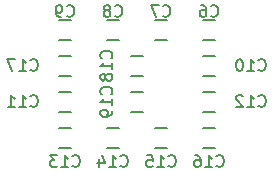
<source format=gbo>
G04 #@! TF.FileFunction,Legend,Bot*
%FSLAX46Y46*%
G04 Gerber Fmt 4.6, Leading zero omitted, Abs format (unit mm)*
G04 Created by KiCad (PCBNEW (after 2015-mar-04 BZR unknown)-product) date 03.06.2015 18:39:59*
%MOMM*%
G01*
G04 APERTURE LIST*
%ADD10C,0.100000*%
%ADD11C,0.150000*%
G04 APERTURE END LIST*
D10*
D11*
X158488000Y-79082000D02*
X157488000Y-79082000D01*
X157488000Y-77382000D02*
X158488000Y-77382000D01*
X154424000Y-79082000D02*
X153424000Y-79082000D01*
X153424000Y-77382000D02*
X154424000Y-77382000D01*
X150360000Y-79082000D02*
X149360000Y-79082000D01*
X149360000Y-77382000D02*
X150360000Y-77382000D01*
X146296000Y-79082000D02*
X145296000Y-79082000D01*
X145296000Y-77382000D02*
X146296000Y-77382000D01*
X158488000Y-82130000D02*
X157488000Y-82130000D01*
X157488000Y-80430000D02*
X158488000Y-80430000D01*
X146296000Y-85178000D02*
X145296000Y-85178000D01*
X145296000Y-83478000D02*
X146296000Y-83478000D01*
X157488000Y-83478000D02*
X158488000Y-83478000D01*
X158488000Y-85178000D02*
X157488000Y-85178000D01*
X145296000Y-86526000D02*
X146296000Y-86526000D01*
X146296000Y-88226000D02*
X145296000Y-88226000D01*
X149360000Y-86526000D02*
X150360000Y-86526000D01*
X150360000Y-88226000D02*
X149360000Y-88226000D01*
X153424000Y-86526000D02*
X154424000Y-86526000D01*
X154424000Y-88226000D02*
X153424000Y-88226000D01*
X157488000Y-86526000D02*
X158488000Y-86526000D01*
X158488000Y-88226000D02*
X157488000Y-88226000D01*
X146296000Y-82130000D02*
X145296000Y-82130000D01*
X145296000Y-80430000D02*
X146296000Y-80430000D01*
X151392000Y-80430000D02*
X152392000Y-80430000D01*
X152392000Y-82130000D02*
X151392000Y-82130000D01*
X151392000Y-83478000D02*
X152392000Y-83478000D01*
X152392000Y-85178000D02*
X151392000Y-85178000D01*
X158154666Y-77065143D02*
X158202285Y-77112762D01*
X158345142Y-77160381D01*
X158440380Y-77160381D01*
X158583238Y-77112762D01*
X158678476Y-77017524D01*
X158726095Y-76922286D01*
X158773714Y-76731810D01*
X158773714Y-76588952D01*
X158726095Y-76398476D01*
X158678476Y-76303238D01*
X158583238Y-76208000D01*
X158440380Y-76160381D01*
X158345142Y-76160381D01*
X158202285Y-76208000D01*
X158154666Y-76255619D01*
X157297523Y-76160381D02*
X157488000Y-76160381D01*
X157583238Y-76208000D01*
X157630857Y-76255619D01*
X157726095Y-76398476D01*
X157773714Y-76588952D01*
X157773714Y-76969905D01*
X157726095Y-77065143D01*
X157678476Y-77112762D01*
X157583238Y-77160381D01*
X157392761Y-77160381D01*
X157297523Y-77112762D01*
X157249904Y-77065143D01*
X157202285Y-76969905D01*
X157202285Y-76731810D01*
X157249904Y-76636571D01*
X157297523Y-76588952D01*
X157392761Y-76541333D01*
X157583238Y-76541333D01*
X157678476Y-76588952D01*
X157726095Y-76636571D01*
X157773714Y-76731810D01*
X154090666Y-77065143D02*
X154138285Y-77112762D01*
X154281142Y-77160381D01*
X154376380Y-77160381D01*
X154519238Y-77112762D01*
X154614476Y-77017524D01*
X154662095Y-76922286D01*
X154709714Y-76731810D01*
X154709714Y-76588952D01*
X154662095Y-76398476D01*
X154614476Y-76303238D01*
X154519238Y-76208000D01*
X154376380Y-76160381D01*
X154281142Y-76160381D01*
X154138285Y-76208000D01*
X154090666Y-76255619D01*
X153757333Y-76160381D02*
X153090666Y-76160381D01*
X153519238Y-77160381D01*
X150026666Y-77065143D02*
X150074285Y-77112762D01*
X150217142Y-77160381D01*
X150312380Y-77160381D01*
X150455238Y-77112762D01*
X150550476Y-77017524D01*
X150598095Y-76922286D01*
X150645714Y-76731810D01*
X150645714Y-76588952D01*
X150598095Y-76398476D01*
X150550476Y-76303238D01*
X150455238Y-76208000D01*
X150312380Y-76160381D01*
X150217142Y-76160381D01*
X150074285Y-76208000D01*
X150026666Y-76255619D01*
X149455238Y-76588952D02*
X149550476Y-76541333D01*
X149598095Y-76493714D01*
X149645714Y-76398476D01*
X149645714Y-76350857D01*
X149598095Y-76255619D01*
X149550476Y-76208000D01*
X149455238Y-76160381D01*
X149264761Y-76160381D01*
X149169523Y-76208000D01*
X149121904Y-76255619D01*
X149074285Y-76350857D01*
X149074285Y-76398476D01*
X149121904Y-76493714D01*
X149169523Y-76541333D01*
X149264761Y-76588952D01*
X149455238Y-76588952D01*
X149550476Y-76636571D01*
X149598095Y-76684190D01*
X149645714Y-76779429D01*
X149645714Y-76969905D01*
X149598095Y-77065143D01*
X149550476Y-77112762D01*
X149455238Y-77160381D01*
X149264761Y-77160381D01*
X149169523Y-77112762D01*
X149121904Y-77065143D01*
X149074285Y-76969905D01*
X149074285Y-76779429D01*
X149121904Y-76684190D01*
X149169523Y-76636571D01*
X149264761Y-76588952D01*
X145962666Y-77065143D02*
X146010285Y-77112762D01*
X146153142Y-77160381D01*
X146248380Y-77160381D01*
X146391238Y-77112762D01*
X146486476Y-77017524D01*
X146534095Y-76922286D01*
X146581714Y-76731810D01*
X146581714Y-76588952D01*
X146534095Y-76398476D01*
X146486476Y-76303238D01*
X146391238Y-76208000D01*
X146248380Y-76160381D01*
X146153142Y-76160381D01*
X146010285Y-76208000D01*
X145962666Y-76255619D01*
X145486476Y-77160381D02*
X145296000Y-77160381D01*
X145200761Y-77112762D01*
X145153142Y-77065143D01*
X145057904Y-76922286D01*
X145010285Y-76731810D01*
X145010285Y-76350857D01*
X145057904Y-76255619D01*
X145105523Y-76208000D01*
X145200761Y-76160381D01*
X145391238Y-76160381D01*
X145486476Y-76208000D01*
X145534095Y-76255619D01*
X145581714Y-76350857D01*
X145581714Y-76588952D01*
X145534095Y-76684190D01*
X145486476Y-76731810D01*
X145391238Y-76779429D01*
X145200761Y-76779429D01*
X145105523Y-76731810D01*
X145057904Y-76684190D01*
X145010285Y-76588952D01*
X162186857Y-81637143D02*
X162234476Y-81684762D01*
X162377333Y-81732381D01*
X162472571Y-81732381D01*
X162615429Y-81684762D01*
X162710667Y-81589524D01*
X162758286Y-81494286D01*
X162805905Y-81303810D01*
X162805905Y-81160952D01*
X162758286Y-80970476D01*
X162710667Y-80875238D01*
X162615429Y-80780000D01*
X162472571Y-80732381D01*
X162377333Y-80732381D01*
X162234476Y-80780000D01*
X162186857Y-80827619D01*
X161234476Y-81732381D02*
X161805905Y-81732381D01*
X161520191Y-81732381D02*
X161520191Y-80732381D01*
X161615429Y-80875238D01*
X161710667Y-80970476D01*
X161805905Y-81018095D01*
X160615429Y-80732381D02*
X160520190Y-80732381D01*
X160424952Y-80780000D01*
X160377333Y-80827619D01*
X160329714Y-80922857D01*
X160282095Y-81113333D01*
X160282095Y-81351429D01*
X160329714Y-81541905D01*
X160377333Y-81637143D01*
X160424952Y-81684762D01*
X160520190Y-81732381D01*
X160615429Y-81732381D01*
X160710667Y-81684762D01*
X160758286Y-81637143D01*
X160805905Y-81541905D01*
X160853524Y-81351429D01*
X160853524Y-81113333D01*
X160805905Y-80922857D01*
X160758286Y-80827619D01*
X160710667Y-80780000D01*
X160615429Y-80732381D01*
X142882857Y-84685143D02*
X142930476Y-84732762D01*
X143073333Y-84780381D01*
X143168571Y-84780381D01*
X143311429Y-84732762D01*
X143406667Y-84637524D01*
X143454286Y-84542286D01*
X143501905Y-84351810D01*
X143501905Y-84208952D01*
X143454286Y-84018476D01*
X143406667Y-83923238D01*
X143311429Y-83828000D01*
X143168571Y-83780381D01*
X143073333Y-83780381D01*
X142930476Y-83828000D01*
X142882857Y-83875619D01*
X141930476Y-84780381D02*
X142501905Y-84780381D01*
X142216191Y-84780381D02*
X142216191Y-83780381D01*
X142311429Y-83923238D01*
X142406667Y-84018476D01*
X142501905Y-84066095D01*
X140978095Y-84780381D02*
X141549524Y-84780381D01*
X141263810Y-84780381D02*
X141263810Y-83780381D01*
X141359048Y-83923238D01*
X141454286Y-84018476D01*
X141549524Y-84066095D01*
X162186857Y-84685143D02*
X162234476Y-84732762D01*
X162377333Y-84780381D01*
X162472571Y-84780381D01*
X162615429Y-84732762D01*
X162710667Y-84637524D01*
X162758286Y-84542286D01*
X162805905Y-84351810D01*
X162805905Y-84208952D01*
X162758286Y-84018476D01*
X162710667Y-83923238D01*
X162615429Y-83828000D01*
X162472571Y-83780381D01*
X162377333Y-83780381D01*
X162234476Y-83828000D01*
X162186857Y-83875619D01*
X161234476Y-84780381D02*
X161805905Y-84780381D01*
X161520191Y-84780381D02*
X161520191Y-83780381D01*
X161615429Y-83923238D01*
X161710667Y-84018476D01*
X161805905Y-84066095D01*
X160853524Y-83875619D02*
X160805905Y-83828000D01*
X160710667Y-83780381D01*
X160472571Y-83780381D01*
X160377333Y-83828000D01*
X160329714Y-83875619D01*
X160282095Y-83970857D01*
X160282095Y-84066095D01*
X160329714Y-84208952D01*
X160901143Y-84780381D01*
X160282095Y-84780381D01*
X146438857Y-89765143D02*
X146486476Y-89812762D01*
X146629333Y-89860381D01*
X146724571Y-89860381D01*
X146867429Y-89812762D01*
X146962667Y-89717524D01*
X147010286Y-89622286D01*
X147057905Y-89431810D01*
X147057905Y-89288952D01*
X147010286Y-89098476D01*
X146962667Y-89003238D01*
X146867429Y-88908000D01*
X146724571Y-88860381D01*
X146629333Y-88860381D01*
X146486476Y-88908000D01*
X146438857Y-88955619D01*
X145486476Y-89860381D02*
X146057905Y-89860381D01*
X145772191Y-89860381D02*
X145772191Y-88860381D01*
X145867429Y-89003238D01*
X145962667Y-89098476D01*
X146057905Y-89146095D01*
X145153143Y-88860381D02*
X144534095Y-88860381D01*
X144867429Y-89241333D01*
X144724571Y-89241333D01*
X144629333Y-89288952D01*
X144581714Y-89336571D01*
X144534095Y-89431810D01*
X144534095Y-89669905D01*
X144581714Y-89765143D01*
X144629333Y-89812762D01*
X144724571Y-89860381D01*
X145010286Y-89860381D01*
X145105524Y-89812762D01*
X145153143Y-89765143D01*
X150502857Y-89765143D02*
X150550476Y-89812762D01*
X150693333Y-89860381D01*
X150788571Y-89860381D01*
X150931429Y-89812762D01*
X151026667Y-89717524D01*
X151074286Y-89622286D01*
X151121905Y-89431810D01*
X151121905Y-89288952D01*
X151074286Y-89098476D01*
X151026667Y-89003238D01*
X150931429Y-88908000D01*
X150788571Y-88860381D01*
X150693333Y-88860381D01*
X150550476Y-88908000D01*
X150502857Y-88955619D01*
X149550476Y-89860381D02*
X150121905Y-89860381D01*
X149836191Y-89860381D02*
X149836191Y-88860381D01*
X149931429Y-89003238D01*
X150026667Y-89098476D01*
X150121905Y-89146095D01*
X148693333Y-89193714D02*
X148693333Y-89860381D01*
X148931429Y-88812762D02*
X149169524Y-89527048D01*
X148550476Y-89527048D01*
X154566857Y-89765143D02*
X154614476Y-89812762D01*
X154757333Y-89860381D01*
X154852571Y-89860381D01*
X154995429Y-89812762D01*
X155090667Y-89717524D01*
X155138286Y-89622286D01*
X155185905Y-89431810D01*
X155185905Y-89288952D01*
X155138286Y-89098476D01*
X155090667Y-89003238D01*
X154995429Y-88908000D01*
X154852571Y-88860381D01*
X154757333Y-88860381D01*
X154614476Y-88908000D01*
X154566857Y-88955619D01*
X153614476Y-89860381D02*
X154185905Y-89860381D01*
X153900191Y-89860381D02*
X153900191Y-88860381D01*
X153995429Y-89003238D01*
X154090667Y-89098476D01*
X154185905Y-89146095D01*
X152709714Y-88860381D02*
X153185905Y-88860381D01*
X153233524Y-89336571D01*
X153185905Y-89288952D01*
X153090667Y-89241333D01*
X152852571Y-89241333D01*
X152757333Y-89288952D01*
X152709714Y-89336571D01*
X152662095Y-89431810D01*
X152662095Y-89669905D01*
X152709714Y-89765143D01*
X152757333Y-89812762D01*
X152852571Y-89860381D01*
X153090667Y-89860381D01*
X153185905Y-89812762D01*
X153233524Y-89765143D01*
X158630857Y-89765143D02*
X158678476Y-89812762D01*
X158821333Y-89860381D01*
X158916571Y-89860381D01*
X159059429Y-89812762D01*
X159154667Y-89717524D01*
X159202286Y-89622286D01*
X159249905Y-89431810D01*
X159249905Y-89288952D01*
X159202286Y-89098476D01*
X159154667Y-89003238D01*
X159059429Y-88908000D01*
X158916571Y-88860381D01*
X158821333Y-88860381D01*
X158678476Y-88908000D01*
X158630857Y-88955619D01*
X157678476Y-89860381D02*
X158249905Y-89860381D01*
X157964191Y-89860381D02*
X157964191Y-88860381D01*
X158059429Y-89003238D01*
X158154667Y-89098476D01*
X158249905Y-89146095D01*
X156821333Y-88860381D02*
X157011810Y-88860381D01*
X157107048Y-88908000D01*
X157154667Y-88955619D01*
X157249905Y-89098476D01*
X157297524Y-89288952D01*
X157297524Y-89669905D01*
X157249905Y-89765143D01*
X157202286Y-89812762D01*
X157107048Y-89860381D01*
X156916571Y-89860381D01*
X156821333Y-89812762D01*
X156773714Y-89765143D01*
X156726095Y-89669905D01*
X156726095Y-89431810D01*
X156773714Y-89336571D01*
X156821333Y-89288952D01*
X156916571Y-89241333D01*
X157107048Y-89241333D01*
X157202286Y-89288952D01*
X157249905Y-89336571D01*
X157297524Y-89431810D01*
X142882857Y-81637143D02*
X142930476Y-81684762D01*
X143073333Y-81732381D01*
X143168571Y-81732381D01*
X143311429Y-81684762D01*
X143406667Y-81589524D01*
X143454286Y-81494286D01*
X143501905Y-81303810D01*
X143501905Y-81160952D01*
X143454286Y-80970476D01*
X143406667Y-80875238D01*
X143311429Y-80780000D01*
X143168571Y-80732381D01*
X143073333Y-80732381D01*
X142930476Y-80780000D01*
X142882857Y-80827619D01*
X141930476Y-81732381D02*
X142501905Y-81732381D01*
X142216191Y-81732381D02*
X142216191Y-80732381D01*
X142311429Y-80875238D01*
X142406667Y-80970476D01*
X142501905Y-81018095D01*
X141597143Y-80732381D02*
X140930476Y-80732381D01*
X141359048Y-81732381D01*
X149709143Y-80637143D02*
X149756762Y-80589524D01*
X149804381Y-80446667D01*
X149804381Y-80351429D01*
X149756762Y-80208571D01*
X149661524Y-80113333D01*
X149566286Y-80065714D01*
X149375810Y-80018095D01*
X149232952Y-80018095D01*
X149042476Y-80065714D01*
X148947238Y-80113333D01*
X148852000Y-80208571D01*
X148804381Y-80351429D01*
X148804381Y-80446667D01*
X148852000Y-80589524D01*
X148899619Y-80637143D01*
X149804381Y-81589524D02*
X149804381Y-81018095D01*
X149804381Y-81303809D02*
X148804381Y-81303809D01*
X148947238Y-81208571D01*
X149042476Y-81113333D01*
X149090095Y-81018095D01*
X149232952Y-82160952D02*
X149185333Y-82065714D01*
X149137714Y-82018095D01*
X149042476Y-81970476D01*
X148994857Y-81970476D01*
X148899619Y-82018095D01*
X148852000Y-82065714D01*
X148804381Y-82160952D01*
X148804381Y-82351429D01*
X148852000Y-82446667D01*
X148899619Y-82494286D01*
X148994857Y-82541905D01*
X149042476Y-82541905D01*
X149137714Y-82494286D01*
X149185333Y-82446667D01*
X149232952Y-82351429D01*
X149232952Y-82160952D01*
X149280571Y-82065714D01*
X149328190Y-82018095D01*
X149423429Y-81970476D01*
X149613905Y-81970476D01*
X149709143Y-82018095D01*
X149756762Y-82065714D01*
X149804381Y-82160952D01*
X149804381Y-82351429D01*
X149756762Y-82446667D01*
X149709143Y-82494286D01*
X149613905Y-82541905D01*
X149423429Y-82541905D01*
X149328190Y-82494286D01*
X149280571Y-82446667D01*
X149232952Y-82351429D01*
X149709143Y-83685143D02*
X149756762Y-83637524D01*
X149804381Y-83494667D01*
X149804381Y-83399429D01*
X149756762Y-83256571D01*
X149661524Y-83161333D01*
X149566286Y-83113714D01*
X149375810Y-83066095D01*
X149232952Y-83066095D01*
X149042476Y-83113714D01*
X148947238Y-83161333D01*
X148852000Y-83256571D01*
X148804381Y-83399429D01*
X148804381Y-83494667D01*
X148852000Y-83637524D01*
X148899619Y-83685143D01*
X149804381Y-84637524D02*
X149804381Y-84066095D01*
X149804381Y-84351809D02*
X148804381Y-84351809D01*
X148947238Y-84256571D01*
X149042476Y-84161333D01*
X149090095Y-84066095D01*
X149804381Y-85113714D02*
X149804381Y-85304190D01*
X149756762Y-85399429D01*
X149709143Y-85447048D01*
X149566286Y-85542286D01*
X149375810Y-85589905D01*
X148994857Y-85589905D01*
X148899619Y-85542286D01*
X148852000Y-85494667D01*
X148804381Y-85399429D01*
X148804381Y-85208952D01*
X148852000Y-85113714D01*
X148899619Y-85066095D01*
X148994857Y-85018476D01*
X149232952Y-85018476D01*
X149328190Y-85066095D01*
X149375810Y-85113714D01*
X149423429Y-85208952D01*
X149423429Y-85399429D01*
X149375810Y-85494667D01*
X149328190Y-85542286D01*
X149232952Y-85589905D01*
M02*

</source>
